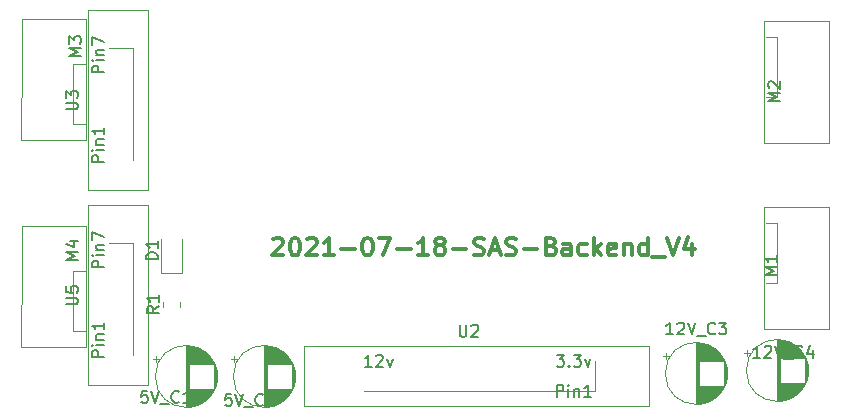
<source format=gbr>
%TF.GenerationSoftware,KiCad,Pcbnew,(5.1.10)-1*%
%TF.CreationDate,2021-07-18T21:09:21+08:00*%
%TF.ProjectId,2.5_SAS_Backend,322e355f-5341-4535-9f42-61636b656e64,rev?*%
%TF.SameCoordinates,Original*%
%TF.FileFunction,Legend,Top*%
%TF.FilePolarity,Positive*%
%FSLAX46Y46*%
G04 Gerber Fmt 4.6, Leading zero omitted, Abs format (unit mm)*
G04 Created by KiCad (PCBNEW (5.1.10)-1) date 2021-07-18 21:09:21*
%MOMM*%
%LPD*%
G01*
G04 APERTURE LIST*
%ADD10C,0.300000*%
%ADD11C,0.120000*%
%ADD12C,0.150000*%
G04 APERTURE END LIST*
D10*
X53298571Y-52661428D02*
X53370000Y-52590000D01*
X53512857Y-52518571D01*
X53870000Y-52518571D01*
X54012857Y-52590000D01*
X54084285Y-52661428D01*
X54155714Y-52804285D01*
X54155714Y-52947142D01*
X54084285Y-53161428D01*
X53227142Y-54018571D01*
X54155714Y-54018571D01*
X55084285Y-52518571D02*
X55227142Y-52518571D01*
X55370000Y-52590000D01*
X55441428Y-52661428D01*
X55512857Y-52804285D01*
X55584285Y-53090000D01*
X55584285Y-53447142D01*
X55512857Y-53732857D01*
X55441428Y-53875714D01*
X55370000Y-53947142D01*
X55227142Y-54018571D01*
X55084285Y-54018571D01*
X54941428Y-53947142D01*
X54870000Y-53875714D01*
X54798571Y-53732857D01*
X54727142Y-53447142D01*
X54727142Y-53090000D01*
X54798571Y-52804285D01*
X54870000Y-52661428D01*
X54941428Y-52590000D01*
X55084285Y-52518571D01*
X56155714Y-52661428D02*
X56227142Y-52590000D01*
X56370000Y-52518571D01*
X56727142Y-52518571D01*
X56870000Y-52590000D01*
X56941428Y-52661428D01*
X57012857Y-52804285D01*
X57012857Y-52947142D01*
X56941428Y-53161428D01*
X56084285Y-54018571D01*
X57012857Y-54018571D01*
X58441428Y-54018571D02*
X57584285Y-54018571D01*
X58012857Y-54018571D02*
X58012857Y-52518571D01*
X57870000Y-52732857D01*
X57727142Y-52875714D01*
X57584285Y-52947142D01*
X59084285Y-53447142D02*
X60227142Y-53447142D01*
X61227142Y-52518571D02*
X61370000Y-52518571D01*
X61512857Y-52590000D01*
X61584285Y-52661428D01*
X61655714Y-52804285D01*
X61727142Y-53090000D01*
X61727142Y-53447142D01*
X61655714Y-53732857D01*
X61584285Y-53875714D01*
X61512857Y-53947142D01*
X61370000Y-54018571D01*
X61227142Y-54018571D01*
X61084285Y-53947142D01*
X61012857Y-53875714D01*
X60941428Y-53732857D01*
X60870000Y-53447142D01*
X60870000Y-53090000D01*
X60941428Y-52804285D01*
X61012857Y-52661428D01*
X61084285Y-52590000D01*
X61227142Y-52518571D01*
X62227142Y-52518571D02*
X63227142Y-52518571D01*
X62584285Y-54018571D01*
X63798571Y-53447142D02*
X64941428Y-53447142D01*
X66441428Y-54018571D02*
X65584285Y-54018571D01*
X66012857Y-54018571D02*
X66012857Y-52518571D01*
X65870000Y-52732857D01*
X65727142Y-52875714D01*
X65584285Y-52947142D01*
X67298571Y-53161428D02*
X67155714Y-53090000D01*
X67084285Y-53018571D01*
X67012857Y-52875714D01*
X67012857Y-52804285D01*
X67084285Y-52661428D01*
X67155714Y-52590000D01*
X67298571Y-52518571D01*
X67584285Y-52518571D01*
X67727142Y-52590000D01*
X67798571Y-52661428D01*
X67870000Y-52804285D01*
X67870000Y-52875714D01*
X67798571Y-53018571D01*
X67727142Y-53090000D01*
X67584285Y-53161428D01*
X67298571Y-53161428D01*
X67155714Y-53232857D01*
X67084285Y-53304285D01*
X67012857Y-53447142D01*
X67012857Y-53732857D01*
X67084285Y-53875714D01*
X67155714Y-53947142D01*
X67298571Y-54018571D01*
X67584285Y-54018571D01*
X67727142Y-53947142D01*
X67798571Y-53875714D01*
X67870000Y-53732857D01*
X67870000Y-53447142D01*
X67798571Y-53304285D01*
X67727142Y-53232857D01*
X67584285Y-53161428D01*
X68512857Y-53447142D02*
X69655714Y-53447142D01*
X70298571Y-53947142D02*
X70512857Y-54018571D01*
X70870000Y-54018571D01*
X71012857Y-53947142D01*
X71084285Y-53875714D01*
X71155714Y-53732857D01*
X71155714Y-53590000D01*
X71084285Y-53447142D01*
X71012857Y-53375714D01*
X70870000Y-53304285D01*
X70584285Y-53232857D01*
X70441428Y-53161428D01*
X70370000Y-53090000D01*
X70298571Y-52947142D01*
X70298571Y-52804285D01*
X70370000Y-52661428D01*
X70441428Y-52590000D01*
X70584285Y-52518571D01*
X70941428Y-52518571D01*
X71155714Y-52590000D01*
X71727142Y-53590000D02*
X72441428Y-53590000D01*
X71584285Y-54018571D02*
X72084285Y-52518571D01*
X72584285Y-54018571D01*
X73012857Y-53947142D02*
X73227142Y-54018571D01*
X73584285Y-54018571D01*
X73727142Y-53947142D01*
X73798571Y-53875714D01*
X73870000Y-53732857D01*
X73870000Y-53590000D01*
X73798571Y-53447142D01*
X73727142Y-53375714D01*
X73584285Y-53304285D01*
X73298571Y-53232857D01*
X73155714Y-53161428D01*
X73084285Y-53090000D01*
X73012857Y-52947142D01*
X73012857Y-52804285D01*
X73084285Y-52661428D01*
X73155714Y-52590000D01*
X73298571Y-52518571D01*
X73655714Y-52518571D01*
X73870000Y-52590000D01*
X74512857Y-53447142D02*
X75655714Y-53447142D01*
X76870000Y-53232857D02*
X77084285Y-53304285D01*
X77155714Y-53375714D01*
X77227142Y-53518571D01*
X77227142Y-53732857D01*
X77155714Y-53875714D01*
X77084285Y-53947142D01*
X76941428Y-54018571D01*
X76370000Y-54018571D01*
X76370000Y-52518571D01*
X76870000Y-52518571D01*
X77012857Y-52590000D01*
X77084285Y-52661428D01*
X77155714Y-52804285D01*
X77155714Y-52947142D01*
X77084285Y-53090000D01*
X77012857Y-53161428D01*
X76870000Y-53232857D01*
X76370000Y-53232857D01*
X78512857Y-54018571D02*
X78512857Y-53232857D01*
X78441428Y-53090000D01*
X78298571Y-53018571D01*
X78012857Y-53018571D01*
X77870000Y-53090000D01*
X78512857Y-53947142D02*
X78370000Y-54018571D01*
X78012857Y-54018571D01*
X77870000Y-53947142D01*
X77798571Y-53804285D01*
X77798571Y-53661428D01*
X77870000Y-53518571D01*
X78012857Y-53447142D01*
X78370000Y-53447142D01*
X78512857Y-53375714D01*
X79870000Y-53947142D02*
X79727142Y-54018571D01*
X79441428Y-54018571D01*
X79298571Y-53947142D01*
X79227142Y-53875714D01*
X79155714Y-53732857D01*
X79155714Y-53304285D01*
X79227142Y-53161428D01*
X79298571Y-53090000D01*
X79441428Y-53018571D01*
X79727142Y-53018571D01*
X79870000Y-53090000D01*
X80512857Y-54018571D02*
X80512857Y-52518571D01*
X80655714Y-53447142D02*
X81084285Y-54018571D01*
X81084285Y-53018571D02*
X80512857Y-53590000D01*
X82298571Y-53947142D02*
X82155714Y-54018571D01*
X81870000Y-54018571D01*
X81727142Y-53947142D01*
X81655714Y-53804285D01*
X81655714Y-53232857D01*
X81727142Y-53090000D01*
X81870000Y-53018571D01*
X82155714Y-53018571D01*
X82298571Y-53090000D01*
X82370000Y-53232857D01*
X82370000Y-53375714D01*
X81655714Y-53518571D01*
X83012857Y-53018571D02*
X83012857Y-54018571D01*
X83012857Y-53161428D02*
X83084285Y-53090000D01*
X83227142Y-53018571D01*
X83441428Y-53018571D01*
X83584285Y-53090000D01*
X83655714Y-53232857D01*
X83655714Y-54018571D01*
X85012857Y-54018571D02*
X85012857Y-52518571D01*
X85012857Y-53947142D02*
X84870000Y-54018571D01*
X84584285Y-54018571D01*
X84441428Y-53947142D01*
X84370000Y-53875714D01*
X84298571Y-53732857D01*
X84298571Y-53304285D01*
X84370000Y-53161428D01*
X84441428Y-53090000D01*
X84584285Y-53018571D01*
X84870000Y-53018571D01*
X85012857Y-53090000D01*
X85370000Y-54161428D02*
X86512857Y-54161428D01*
X86655714Y-52518571D02*
X87155714Y-54018571D01*
X87655714Y-52518571D01*
X88798571Y-53018571D02*
X88798571Y-54018571D01*
X88441428Y-52447142D02*
X88084285Y-53518571D01*
X89012857Y-53518571D01*
D11*
%TO.C,U5*%
X42672000Y-49784000D02*
X37592000Y-49784000D01*
X37592000Y-49784000D02*
X37592000Y-65024000D01*
X37592000Y-65024000D02*
X42672000Y-65024000D01*
X42672000Y-65024000D02*
X42672000Y-49784000D01*
X41402000Y-52933600D02*
X41402000Y-61214000D01*
X41402000Y-61214000D02*
X41402000Y-62484000D01*
X41402000Y-52933600D02*
X39370000Y-52933600D01*
%TO.C,U3*%
X42672000Y-33274000D02*
X37592000Y-33274000D01*
X37592000Y-33274000D02*
X37592000Y-48514000D01*
X37592000Y-48514000D02*
X42672000Y-48514000D01*
X42672000Y-48514000D02*
X42672000Y-33274000D01*
X41402000Y-36423600D02*
X41402000Y-44704000D01*
X41402000Y-44704000D02*
X41402000Y-45974000D01*
X41402000Y-36423600D02*
X39370000Y-36423600D01*
%TO.C,U2*%
X80543400Y-65532000D02*
X60960000Y-65532000D01*
X80568800Y-62992000D02*
X80568800Y-65532000D01*
X55880000Y-66802000D02*
X85090000Y-66802000D01*
X55880000Y-61722000D02*
X55880000Y-66802000D01*
X85090000Y-61722000D02*
X55880000Y-61722000D01*
X85090000Y-66802000D02*
X85090000Y-61722000D01*
%TO.C,5V_C2*%
X55178000Y-64262000D02*
G75*
G03*
X55178000Y-64262000I-2620000J0D01*
G01*
X52558000Y-61682000D02*
X52558000Y-66842000D01*
X52598000Y-61682000D02*
X52598000Y-66842000D01*
X52638000Y-61683000D02*
X52638000Y-66841000D01*
X52678000Y-61684000D02*
X52678000Y-66840000D01*
X52718000Y-61686000D02*
X52718000Y-66838000D01*
X52758000Y-61689000D02*
X52758000Y-66835000D01*
X52798000Y-61693000D02*
X52798000Y-63222000D01*
X52798000Y-65302000D02*
X52798000Y-66831000D01*
X52838000Y-61697000D02*
X52838000Y-63222000D01*
X52838000Y-65302000D02*
X52838000Y-66827000D01*
X52878000Y-61701000D02*
X52878000Y-63222000D01*
X52878000Y-65302000D02*
X52878000Y-66823000D01*
X52918000Y-61706000D02*
X52918000Y-63222000D01*
X52918000Y-65302000D02*
X52918000Y-66818000D01*
X52958000Y-61712000D02*
X52958000Y-63222000D01*
X52958000Y-65302000D02*
X52958000Y-66812000D01*
X52998000Y-61719000D02*
X52998000Y-63222000D01*
X52998000Y-65302000D02*
X52998000Y-66805000D01*
X53038000Y-61726000D02*
X53038000Y-63222000D01*
X53038000Y-65302000D02*
X53038000Y-66798000D01*
X53078000Y-61734000D02*
X53078000Y-63222000D01*
X53078000Y-65302000D02*
X53078000Y-66790000D01*
X53118000Y-61742000D02*
X53118000Y-63222000D01*
X53118000Y-65302000D02*
X53118000Y-66782000D01*
X53158000Y-61751000D02*
X53158000Y-63222000D01*
X53158000Y-65302000D02*
X53158000Y-66773000D01*
X53198000Y-61761000D02*
X53198000Y-63222000D01*
X53198000Y-65302000D02*
X53198000Y-66763000D01*
X53238000Y-61771000D02*
X53238000Y-63222000D01*
X53238000Y-65302000D02*
X53238000Y-66753000D01*
X53279000Y-61782000D02*
X53279000Y-63222000D01*
X53279000Y-65302000D02*
X53279000Y-66742000D01*
X53319000Y-61794000D02*
X53319000Y-63222000D01*
X53319000Y-65302000D02*
X53319000Y-66730000D01*
X53359000Y-61807000D02*
X53359000Y-63222000D01*
X53359000Y-65302000D02*
X53359000Y-66717000D01*
X53399000Y-61820000D02*
X53399000Y-63222000D01*
X53399000Y-65302000D02*
X53399000Y-66704000D01*
X53439000Y-61834000D02*
X53439000Y-63222000D01*
X53439000Y-65302000D02*
X53439000Y-66690000D01*
X53479000Y-61848000D02*
X53479000Y-63222000D01*
X53479000Y-65302000D02*
X53479000Y-66676000D01*
X53519000Y-61864000D02*
X53519000Y-63222000D01*
X53519000Y-65302000D02*
X53519000Y-66660000D01*
X53559000Y-61880000D02*
X53559000Y-63222000D01*
X53559000Y-65302000D02*
X53559000Y-66644000D01*
X53599000Y-61897000D02*
X53599000Y-63222000D01*
X53599000Y-65302000D02*
X53599000Y-66627000D01*
X53639000Y-61914000D02*
X53639000Y-63222000D01*
X53639000Y-65302000D02*
X53639000Y-66610000D01*
X53679000Y-61933000D02*
X53679000Y-63222000D01*
X53679000Y-65302000D02*
X53679000Y-66591000D01*
X53719000Y-61952000D02*
X53719000Y-63222000D01*
X53719000Y-65302000D02*
X53719000Y-66572000D01*
X53759000Y-61972000D02*
X53759000Y-63222000D01*
X53759000Y-65302000D02*
X53759000Y-66552000D01*
X53799000Y-61994000D02*
X53799000Y-63222000D01*
X53799000Y-65302000D02*
X53799000Y-66530000D01*
X53839000Y-62015000D02*
X53839000Y-63222000D01*
X53839000Y-65302000D02*
X53839000Y-66509000D01*
X53879000Y-62038000D02*
X53879000Y-63222000D01*
X53879000Y-65302000D02*
X53879000Y-66486000D01*
X53919000Y-62062000D02*
X53919000Y-63222000D01*
X53919000Y-65302000D02*
X53919000Y-66462000D01*
X53959000Y-62087000D02*
X53959000Y-63222000D01*
X53959000Y-65302000D02*
X53959000Y-66437000D01*
X53999000Y-62113000D02*
X53999000Y-63222000D01*
X53999000Y-65302000D02*
X53999000Y-66411000D01*
X54039000Y-62140000D02*
X54039000Y-63222000D01*
X54039000Y-65302000D02*
X54039000Y-66384000D01*
X54079000Y-62167000D02*
X54079000Y-63222000D01*
X54079000Y-65302000D02*
X54079000Y-66357000D01*
X54119000Y-62197000D02*
X54119000Y-63222000D01*
X54119000Y-65302000D02*
X54119000Y-66327000D01*
X54159000Y-62227000D02*
X54159000Y-63222000D01*
X54159000Y-65302000D02*
X54159000Y-66297000D01*
X54199000Y-62258000D02*
X54199000Y-63222000D01*
X54199000Y-65302000D02*
X54199000Y-66266000D01*
X54239000Y-62291000D02*
X54239000Y-63222000D01*
X54239000Y-65302000D02*
X54239000Y-66233000D01*
X54279000Y-62325000D02*
X54279000Y-63222000D01*
X54279000Y-65302000D02*
X54279000Y-66199000D01*
X54319000Y-62361000D02*
X54319000Y-63222000D01*
X54319000Y-65302000D02*
X54319000Y-66163000D01*
X54359000Y-62398000D02*
X54359000Y-63222000D01*
X54359000Y-65302000D02*
X54359000Y-66126000D01*
X54399000Y-62436000D02*
X54399000Y-63222000D01*
X54399000Y-65302000D02*
X54399000Y-66088000D01*
X54439000Y-62477000D02*
X54439000Y-63222000D01*
X54439000Y-65302000D02*
X54439000Y-66047000D01*
X54479000Y-62519000D02*
X54479000Y-63222000D01*
X54479000Y-65302000D02*
X54479000Y-66005000D01*
X54519000Y-62563000D02*
X54519000Y-63222000D01*
X54519000Y-65302000D02*
X54519000Y-65961000D01*
X54559000Y-62609000D02*
X54559000Y-63222000D01*
X54559000Y-65302000D02*
X54559000Y-65915000D01*
X54599000Y-62657000D02*
X54599000Y-63222000D01*
X54599000Y-65302000D02*
X54599000Y-65867000D01*
X54639000Y-62708000D02*
X54639000Y-63222000D01*
X54639000Y-65302000D02*
X54639000Y-65816000D01*
X54679000Y-62762000D02*
X54679000Y-63222000D01*
X54679000Y-65302000D02*
X54679000Y-65762000D01*
X54719000Y-62819000D02*
X54719000Y-63222000D01*
X54719000Y-65302000D02*
X54719000Y-65705000D01*
X54759000Y-62879000D02*
X54759000Y-63222000D01*
X54759000Y-65302000D02*
X54759000Y-65645000D01*
X54799000Y-62943000D02*
X54799000Y-63222000D01*
X54799000Y-65302000D02*
X54799000Y-65581000D01*
X54839000Y-63011000D02*
X54839000Y-63222000D01*
X54839000Y-65302000D02*
X54839000Y-65513000D01*
X54879000Y-63084000D02*
X54879000Y-65440000D01*
X54919000Y-63164000D02*
X54919000Y-65360000D01*
X54959000Y-63251000D02*
X54959000Y-65273000D01*
X54999000Y-63347000D02*
X54999000Y-65177000D01*
X55039000Y-63457000D02*
X55039000Y-65067000D01*
X55079000Y-63585000D02*
X55079000Y-64939000D01*
X55119000Y-63744000D02*
X55119000Y-64780000D01*
X55159000Y-63978000D02*
X55159000Y-64546000D01*
X49753225Y-62787000D02*
X50253225Y-62787000D01*
X50003225Y-62537000D02*
X50003225Y-63037000D01*
%TO.C,12V_C3*%
X91754000Y-64008000D02*
G75*
G03*
X91754000Y-64008000I-2620000J0D01*
G01*
X89134000Y-61428000D02*
X89134000Y-66588000D01*
X89174000Y-61428000D02*
X89174000Y-66588000D01*
X89214000Y-61429000D02*
X89214000Y-66587000D01*
X89254000Y-61430000D02*
X89254000Y-66586000D01*
X89294000Y-61432000D02*
X89294000Y-66584000D01*
X89334000Y-61435000D02*
X89334000Y-66581000D01*
X89374000Y-61439000D02*
X89374000Y-62968000D01*
X89374000Y-65048000D02*
X89374000Y-66577000D01*
X89414000Y-61443000D02*
X89414000Y-62968000D01*
X89414000Y-65048000D02*
X89414000Y-66573000D01*
X89454000Y-61447000D02*
X89454000Y-62968000D01*
X89454000Y-65048000D02*
X89454000Y-66569000D01*
X89494000Y-61452000D02*
X89494000Y-62968000D01*
X89494000Y-65048000D02*
X89494000Y-66564000D01*
X89534000Y-61458000D02*
X89534000Y-62968000D01*
X89534000Y-65048000D02*
X89534000Y-66558000D01*
X89574000Y-61465000D02*
X89574000Y-62968000D01*
X89574000Y-65048000D02*
X89574000Y-66551000D01*
X89614000Y-61472000D02*
X89614000Y-62968000D01*
X89614000Y-65048000D02*
X89614000Y-66544000D01*
X89654000Y-61480000D02*
X89654000Y-62968000D01*
X89654000Y-65048000D02*
X89654000Y-66536000D01*
X89694000Y-61488000D02*
X89694000Y-62968000D01*
X89694000Y-65048000D02*
X89694000Y-66528000D01*
X89734000Y-61497000D02*
X89734000Y-62968000D01*
X89734000Y-65048000D02*
X89734000Y-66519000D01*
X89774000Y-61507000D02*
X89774000Y-62968000D01*
X89774000Y-65048000D02*
X89774000Y-66509000D01*
X89814000Y-61517000D02*
X89814000Y-62968000D01*
X89814000Y-65048000D02*
X89814000Y-66499000D01*
X89855000Y-61528000D02*
X89855000Y-62968000D01*
X89855000Y-65048000D02*
X89855000Y-66488000D01*
X89895000Y-61540000D02*
X89895000Y-62968000D01*
X89895000Y-65048000D02*
X89895000Y-66476000D01*
X89935000Y-61553000D02*
X89935000Y-62968000D01*
X89935000Y-65048000D02*
X89935000Y-66463000D01*
X89975000Y-61566000D02*
X89975000Y-62968000D01*
X89975000Y-65048000D02*
X89975000Y-66450000D01*
X90015000Y-61580000D02*
X90015000Y-62968000D01*
X90015000Y-65048000D02*
X90015000Y-66436000D01*
X90055000Y-61594000D02*
X90055000Y-62968000D01*
X90055000Y-65048000D02*
X90055000Y-66422000D01*
X90095000Y-61610000D02*
X90095000Y-62968000D01*
X90095000Y-65048000D02*
X90095000Y-66406000D01*
X90135000Y-61626000D02*
X90135000Y-62968000D01*
X90135000Y-65048000D02*
X90135000Y-66390000D01*
X90175000Y-61643000D02*
X90175000Y-62968000D01*
X90175000Y-65048000D02*
X90175000Y-66373000D01*
X90215000Y-61660000D02*
X90215000Y-62968000D01*
X90215000Y-65048000D02*
X90215000Y-66356000D01*
X90255000Y-61679000D02*
X90255000Y-62968000D01*
X90255000Y-65048000D02*
X90255000Y-66337000D01*
X90295000Y-61698000D02*
X90295000Y-62968000D01*
X90295000Y-65048000D02*
X90295000Y-66318000D01*
X90335000Y-61718000D02*
X90335000Y-62968000D01*
X90335000Y-65048000D02*
X90335000Y-66298000D01*
X90375000Y-61740000D02*
X90375000Y-62968000D01*
X90375000Y-65048000D02*
X90375000Y-66276000D01*
X90415000Y-61761000D02*
X90415000Y-62968000D01*
X90415000Y-65048000D02*
X90415000Y-66255000D01*
X90455000Y-61784000D02*
X90455000Y-62968000D01*
X90455000Y-65048000D02*
X90455000Y-66232000D01*
X90495000Y-61808000D02*
X90495000Y-62968000D01*
X90495000Y-65048000D02*
X90495000Y-66208000D01*
X90535000Y-61833000D02*
X90535000Y-62968000D01*
X90535000Y-65048000D02*
X90535000Y-66183000D01*
X90575000Y-61859000D02*
X90575000Y-62968000D01*
X90575000Y-65048000D02*
X90575000Y-66157000D01*
X90615000Y-61886000D02*
X90615000Y-62968000D01*
X90615000Y-65048000D02*
X90615000Y-66130000D01*
X90655000Y-61913000D02*
X90655000Y-62968000D01*
X90655000Y-65048000D02*
X90655000Y-66103000D01*
X90695000Y-61943000D02*
X90695000Y-62968000D01*
X90695000Y-65048000D02*
X90695000Y-66073000D01*
X90735000Y-61973000D02*
X90735000Y-62968000D01*
X90735000Y-65048000D02*
X90735000Y-66043000D01*
X90775000Y-62004000D02*
X90775000Y-62968000D01*
X90775000Y-65048000D02*
X90775000Y-66012000D01*
X90815000Y-62037000D02*
X90815000Y-62968000D01*
X90815000Y-65048000D02*
X90815000Y-65979000D01*
X90855000Y-62071000D02*
X90855000Y-62968000D01*
X90855000Y-65048000D02*
X90855000Y-65945000D01*
X90895000Y-62107000D02*
X90895000Y-62968000D01*
X90895000Y-65048000D02*
X90895000Y-65909000D01*
X90935000Y-62144000D02*
X90935000Y-62968000D01*
X90935000Y-65048000D02*
X90935000Y-65872000D01*
X90975000Y-62182000D02*
X90975000Y-62968000D01*
X90975000Y-65048000D02*
X90975000Y-65834000D01*
X91015000Y-62223000D02*
X91015000Y-62968000D01*
X91015000Y-65048000D02*
X91015000Y-65793000D01*
X91055000Y-62265000D02*
X91055000Y-62968000D01*
X91055000Y-65048000D02*
X91055000Y-65751000D01*
X91095000Y-62309000D02*
X91095000Y-62968000D01*
X91095000Y-65048000D02*
X91095000Y-65707000D01*
X91135000Y-62355000D02*
X91135000Y-62968000D01*
X91135000Y-65048000D02*
X91135000Y-65661000D01*
X91175000Y-62403000D02*
X91175000Y-62968000D01*
X91175000Y-65048000D02*
X91175000Y-65613000D01*
X91215000Y-62454000D02*
X91215000Y-62968000D01*
X91215000Y-65048000D02*
X91215000Y-65562000D01*
X91255000Y-62508000D02*
X91255000Y-62968000D01*
X91255000Y-65048000D02*
X91255000Y-65508000D01*
X91295000Y-62565000D02*
X91295000Y-62968000D01*
X91295000Y-65048000D02*
X91295000Y-65451000D01*
X91335000Y-62625000D02*
X91335000Y-62968000D01*
X91335000Y-65048000D02*
X91335000Y-65391000D01*
X91375000Y-62689000D02*
X91375000Y-62968000D01*
X91375000Y-65048000D02*
X91375000Y-65327000D01*
X91415000Y-62757000D02*
X91415000Y-62968000D01*
X91415000Y-65048000D02*
X91415000Y-65259000D01*
X91455000Y-62830000D02*
X91455000Y-65186000D01*
X91495000Y-62910000D02*
X91495000Y-65106000D01*
X91535000Y-62997000D02*
X91535000Y-65019000D01*
X91575000Y-63093000D02*
X91575000Y-64923000D01*
X91615000Y-63203000D02*
X91615000Y-64813000D01*
X91655000Y-63331000D02*
X91655000Y-64685000D01*
X91695000Y-63490000D02*
X91695000Y-64526000D01*
X91735000Y-63724000D02*
X91735000Y-64292000D01*
X86329225Y-62533000D02*
X86829225Y-62533000D01*
X86579225Y-62283000D02*
X86579225Y-62783000D01*
%TO.C,12V_C4*%
X98612000Y-63754000D02*
G75*
G03*
X98612000Y-63754000I-2620000J0D01*
G01*
X95992000Y-61174000D02*
X95992000Y-66334000D01*
X96032000Y-61174000D02*
X96032000Y-66334000D01*
X96072000Y-61175000D02*
X96072000Y-66333000D01*
X96112000Y-61176000D02*
X96112000Y-66332000D01*
X96152000Y-61178000D02*
X96152000Y-66330000D01*
X96192000Y-61181000D02*
X96192000Y-66327000D01*
X96232000Y-61185000D02*
X96232000Y-62714000D01*
X96232000Y-64794000D02*
X96232000Y-66323000D01*
X96272000Y-61189000D02*
X96272000Y-62714000D01*
X96272000Y-64794000D02*
X96272000Y-66319000D01*
X96312000Y-61193000D02*
X96312000Y-62714000D01*
X96312000Y-64794000D02*
X96312000Y-66315000D01*
X96352000Y-61198000D02*
X96352000Y-62714000D01*
X96352000Y-64794000D02*
X96352000Y-66310000D01*
X96392000Y-61204000D02*
X96392000Y-62714000D01*
X96392000Y-64794000D02*
X96392000Y-66304000D01*
X96432000Y-61211000D02*
X96432000Y-62714000D01*
X96432000Y-64794000D02*
X96432000Y-66297000D01*
X96472000Y-61218000D02*
X96472000Y-62714000D01*
X96472000Y-64794000D02*
X96472000Y-66290000D01*
X96512000Y-61226000D02*
X96512000Y-62714000D01*
X96512000Y-64794000D02*
X96512000Y-66282000D01*
X96552000Y-61234000D02*
X96552000Y-62714000D01*
X96552000Y-64794000D02*
X96552000Y-66274000D01*
X96592000Y-61243000D02*
X96592000Y-62714000D01*
X96592000Y-64794000D02*
X96592000Y-66265000D01*
X96632000Y-61253000D02*
X96632000Y-62714000D01*
X96632000Y-64794000D02*
X96632000Y-66255000D01*
X96672000Y-61263000D02*
X96672000Y-62714000D01*
X96672000Y-64794000D02*
X96672000Y-66245000D01*
X96713000Y-61274000D02*
X96713000Y-62714000D01*
X96713000Y-64794000D02*
X96713000Y-66234000D01*
X96753000Y-61286000D02*
X96753000Y-62714000D01*
X96753000Y-64794000D02*
X96753000Y-66222000D01*
X96793000Y-61299000D02*
X96793000Y-62714000D01*
X96793000Y-64794000D02*
X96793000Y-66209000D01*
X96833000Y-61312000D02*
X96833000Y-62714000D01*
X96833000Y-64794000D02*
X96833000Y-66196000D01*
X96873000Y-61326000D02*
X96873000Y-62714000D01*
X96873000Y-64794000D02*
X96873000Y-66182000D01*
X96913000Y-61340000D02*
X96913000Y-62714000D01*
X96913000Y-64794000D02*
X96913000Y-66168000D01*
X96953000Y-61356000D02*
X96953000Y-62714000D01*
X96953000Y-64794000D02*
X96953000Y-66152000D01*
X96993000Y-61372000D02*
X96993000Y-62714000D01*
X96993000Y-64794000D02*
X96993000Y-66136000D01*
X97033000Y-61389000D02*
X97033000Y-62714000D01*
X97033000Y-64794000D02*
X97033000Y-66119000D01*
X97073000Y-61406000D02*
X97073000Y-62714000D01*
X97073000Y-64794000D02*
X97073000Y-66102000D01*
X97113000Y-61425000D02*
X97113000Y-62714000D01*
X97113000Y-64794000D02*
X97113000Y-66083000D01*
X97153000Y-61444000D02*
X97153000Y-62714000D01*
X97153000Y-64794000D02*
X97153000Y-66064000D01*
X97193000Y-61464000D02*
X97193000Y-62714000D01*
X97193000Y-64794000D02*
X97193000Y-66044000D01*
X97233000Y-61486000D02*
X97233000Y-62714000D01*
X97233000Y-64794000D02*
X97233000Y-66022000D01*
X97273000Y-61507000D02*
X97273000Y-62714000D01*
X97273000Y-64794000D02*
X97273000Y-66001000D01*
X97313000Y-61530000D02*
X97313000Y-62714000D01*
X97313000Y-64794000D02*
X97313000Y-65978000D01*
X97353000Y-61554000D02*
X97353000Y-62714000D01*
X97353000Y-64794000D02*
X97353000Y-65954000D01*
X97393000Y-61579000D02*
X97393000Y-62714000D01*
X97393000Y-64794000D02*
X97393000Y-65929000D01*
X97433000Y-61605000D02*
X97433000Y-62714000D01*
X97433000Y-64794000D02*
X97433000Y-65903000D01*
X97473000Y-61632000D02*
X97473000Y-62714000D01*
X97473000Y-64794000D02*
X97473000Y-65876000D01*
X97513000Y-61659000D02*
X97513000Y-62714000D01*
X97513000Y-64794000D02*
X97513000Y-65849000D01*
X97553000Y-61689000D02*
X97553000Y-62714000D01*
X97553000Y-64794000D02*
X97553000Y-65819000D01*
X97593000Y-61719000D02*
X97593000Y-62714000D01*
X97593000Y-64794000D02*
X97593000Y-65789000D01*
X97633000Y-61750000D02*
X97633000Y-62714000D01*
X97633000Y-64794000D02*
X97633000Y-65758000D01*
X97673000Y-61783000D02*
X97673000Y-62714000D01*
X97673000Y-64794000D02*
X97673000Y-65725000D01*
X97713000Y-61817000D02*
X97713000Y-62714000D01*
X97713000Y-64794000D02*
X97713000Y-65691000D01*
X97753000Y-61853000D02*
X97753000Y-62714000D01*
X97753000Y-64794000D02*
X97753000Y-65655000D01*
X97793000Y-61890000D02*
X97793000Y-62714000D01*
X97793000Y-64794000D02*
X97793000Y-65618000D01*
X97833000Y-61928000D02*
X97833000Y-62714000D01*
X97833000Y-64794000D02*
X97833000Y-65580000D01*
X97873000Y-61969000D02*
X97873000Y-62714000D01*
X97873000Y-64794000D02*
X97873000Y-65539000D01*
X97913000Y-62011000D02*
X97913000Y-62714000D01*
X97913000Y-64794000D02*
X97913000Y-65497000D01*
X97953000Y-62055000D02*
X97953000Y-62714000D01*
X97953000Y-64794000D02*
X97953000Y-65453000D01*
X97993000Y-62101000D02*
X97993000Y-62714000D01*
X97993000Y-64794000D02*
X97993000Y-65407000D01*
X98033000Y-62149000D02*
X98033000Y-62714000D01*
X98033000Y-64794000D02*
X98033000Y-65359000D01*
X98073000Y-62200000D02*
X98073000Y-62714000D01*
X98073000Y-64794000D02*
X98073000Y-65308000D01*
X98113000Y-62254000D02*
X98113000Y-62714000D01*
X98113000Y-64794000D02*
X98113000Y-65254000D01*
X98153000Y-62311000D02*
X98153000Y-62714000D01*
X98153000Y-64794000D02*
X98153000Y-65197000D01*
X98193000Y-62371000D02*
X98193000Y-62714000D01*
X98193000Y-64794000D02*
X98193000Y-65137000D01*
X98233000Y-62435000D02*
X98233000Y-62714000D01*
X98233000Y-64794000D02*
X98233000Y-65073000D01*
X98273000Y-62503000D02*
X98273000Y-62714000D01*
X98273000Y-64794000D02*
X98273000Y-65005000D01*
X98313000Y-62576000D02*
X98313000Y-64932000D01*
X98353000Y-62656000D02*
X98353000Y-64852000D01*
X98393000Y-62743000D02*
X98393000Y-64765000D01*
X98433000Y-62839000D02*
X98433000Y-64669000D01*
X98473000Y-62949000D02*
X98473000Y-64559000D01*
X98513000Y-63077000D02*
X98513000Y-64431000D01*
X98553000Y-63236000D02*
X98553000Y-64272000D01*
X98593000Y-63470000D02*
X98593000Y-64038000D01*
X93187225Y-62279000D02*
X93687225Y-62279000D01*
X93437225Y-62029000D02*
X93437225Y-62529000D01*
%TO.C,D1*%
X43794000Y-52594000D02*
X43794000Y-55479000D01*
X43794000Y-55479000D02*
X45614000Y-55479000D01*
X45614000Y-55479000D02*
X45614000Y-52594000D01*
%TO.C,R1*%
X43969000Y-58393064D02*
X43969000Y-57938936D01*
X45439000Y-58393064D02*
X45439000Y-57938936D01*
%TO.C,M1*%
X100380000Y-49958000D02*
X100330000Y-57058000D01*
X100330000Y-57058000D02*
X100330000Y-60258000D01*
X100330000Y-60258000D02*
X94898000Y-60258000D01*
X94898000Y-60258000D02*
X94898000Y-49958000D01*
X94898000Y-49958000D02*
X100380000Y-49958000D01*
X94998000Y-51308000D02*
X96008000Y-51308000D01*
X96008000Y-51308000D02*
X96008000Y-56388000D01*
X96008000Y-56388000D02*
X94998000Y-56388000D01*
%TO.C,M2*%
X100380000Y-34210000D02*
X100330000Y-41310000D01*
X100330000Y-41310000D02*
X100330000Y-44510000D01*
X100330000Y-44510000D02*
X94898000Y-44510000D01*
X94898000Y-44510000D02*
X94898000Y-34210000D01*
X94898000Y-34210000D02*
X100380000Y-34210000D01*
X94998000Y-35560000D02*
X96008000Y-35560000D01*
X96008000Y-35560000D02*
X96008000Y-40640000D01*
X96008000Y-40640000D02*
X94998000Y-40640000D01*
%TO.C,M3*%
X31954000Y-44276000D02*
X32004000Y-37176000D01*
X32004000Y-37176000D02*
X32004000Y-33976000D01*
X32004000Y-33976000D02*
X37436000Y-33976000D01*
X37436000Y-33976000D02*
X37436000Y-44276000D01*
X37436000Y-44276000D02*
X31954000Y-44276000D01*
X37336000Y-42926000D02*
X36326000Y-42926000D01*
X36326000Y-42926000D02*
X36326000Y-37846000D01*
X36326000Y-37846000D02*
X37336000Y-37846000D01*
%TO.C,M4*%
X31954000Y-61802000D02*
X32004000Y-54702000D01*
X32004000Y-54702000D02*
X32004000Y-51502000D01*
X32004000Y-51502000D02*
X37436000Y-51502000D01*
X37436000Y-51502000D02*
X37436000Y-61802000D01*
X37436000Y-61802000D02*
X31954000Y-61802000D01*
X37336000Y-60452000D02*
X36326000Y-60452000D01*
X36326000Y-60452000D02*
X36326000Y-55372000D01*
X36326000Y-55372000D02*
X37336000Y-55372000D01*
%TO.C,5V_C1*%
X48574000Y-64262000D02*
G75*
G03*
X48574000Y-64262000I-2620000J0D01*
G01*
X45954000Y-61682000D02*
X45954000Y-66842000D01*
X45994000Y-61682000D02*
X45994000Y-66842000D01*
X46034000Y-61683000D02*
X46034000Y-66841000D01*
X46074000Y-61684000D02*
X46074000Y-66840000D01*
X46114000Y-61686000D02*
X46114000Y-66838000D01*
X46154000Y-61689000D02*
X46154000Y-66835000D01*
X46194000Y-61693000D02*
X46194000Y-63222000D01*
X46194000Y-65302000D02*
X46194000Y-66831000D01*
X46234000Y-61697000D02*
X46234000Y-63222000D01*
X46234000Y-65302000D02*
X46234000Y-66827000D01*
X46274000Y-61701000D02*
X46274000Y-63222000D01*
X46274000Y-65302000D02*
X46274000Y-66823000D01*
X46314000Y-61706000D02*
X46314000Y-63222000D01*
X46314000Y-65302000D02*
X46314000Y-66818000D01*
X46354000Y-61712000D02*
X46354000Y-63222000D01*
X46354000Y-65302000D02*
X46354000Y-66812000D01*
X46394000Y-61719000D02*
X46394000Y-63222000D01*
X46394000Y-65302000D02*
X46394000Y-66805000D01*
X46434000Y-61726000D02*
X46434000Y-63222000D01*
X46434000Y-65302000D02*
X46434000Y-66798000D01*
X46474000Y-61734000D02*
X46474000Y-63222000D01*
X46474000Y-65302000D02*
X46474000Y-66790000D01*
X46514000Y-61742000D02*
X46514000Y-63222000D01*
X46514000Y-65302000D02*
X46514000Y-66782000D01*
X46554000Y-61751000D02*
X46554000Y-63222000D01*
X46554000Y-65302000D02*
X46554000Y-66773000D01*
X46594000Y-61761000D02*
X46594000Y-63222000D01*
X46594000Y-65302000D02*
X46594000Y-66763000D01*
X46634000Y-61771000D02*
X46634000Y-63222000D01*
X46634000Y-65302000D02*
X46634000Y-66753000D01*
X46675000Y-61782000D02*
X46675000Y-63222000D01*
X46675000Y-65302000D02*
X46675000Y-66742000D01*
X46715000Y-61794000D02*
X46715000Y-63222000D01*
X46715000Y-65302000D02*
X46715000Y-66730000D01*
X46755000Y-61807000D02*
X46755000Y-63222000D01*
X46755000Y-65302000D02*
X46755000Y-66717000D01*
X46795000Y-61820000D02*
X46795000Y-63222000D01*
X46795000Y-65302000D02*
X46795000Y-66704000D01*
X46835000Y-61834000D02*
X46835000Y-63222000D01*
X46835000Y-65302000D02*
X46835000Y-66690000D01*
X46875000Y-61848000D02*
X46875000Y-63222000D01*
X46875000Y-65302000D02*
X46875000Y-66676000D01*
X46915000Y-61864000D02*
X46915000Y-63222000D01*
X46915000Y-65302000D02*
X46915000Y-66660000D01*
X46955000Y-61880000D02*
X46955000Y-63222000D01*
X46955000Y-65302000D02*
X46955000Y-66644000D01*
X46995000Y-61897000D02*
X46995000Y-63222000D01*
X46995000Y-65302000D02*
X46995000Y-66627000D01*
X47035000Y-61914000D02*
X47035000Y-63222000D01*
X47035000Y-65302000D02*
X47035000Y-66610000D01*
X47075000Y-61933000D02*
X47075000Y-63222000D01*
X47075000Y-65302000D02*
X47075000Y-66591000D01*
X47115000Y-61952000D02*
X47115000Y-63222000D01*
X47115000Y-65302000D02*
X47115000Y-66572000D01*
X47155000Y-61972000D02*
X47155000Y-63222000D01*
X47155000Y-65302000D02*
X47155000Y-66552000D01*
X47195000Y-61994000D02*
X47195000Y-63222000D01*
X47195000Y-65302000D02*
X47195000Y-66530000D01*
X47235000Y-62015000D02*
X47235000Y-63222000D01*
X47235000Y-65302000D02*
X47235000Y-66509000D01*
X47275000Y-62038000D02*
X47275000Y-63222000D01*
X47275000Y-65302000D02*
X47275000Y-66486000D01*
X47315000Y-62062000D02*
X47315000Y-63222000D01*
X47315000Y-65302000D02*
X47315000Y-66462000D01*
X47355000Y-62087000D02*
X47355000Y-63222000D01*
X47355000Y-65302000D02*
X47355000Y-66437000D01*
X47395000Y-62113000D02*
X47395000Y-63222000D01*
X47395000Y-65302000D02*
X47395000Y-66411000D01*
X47435000Y-62140000D02*
X47435000Y-63222000D01*
X47435000Y-65302000D02*
X47435000Y-66384000D01*
X47475000Y-62167000D02*
X47475000Y-63222000D01*
X47475000Y-65302000D02*
X47475000Y-66357000D01*
X47515000Y-62197000D02*
X47515000Y-63222000D01*
X47515000Y-65302000D02*
X47515000Y-66327000D01*
X47555000Y-62227000D02*
X47555000Y-63222000D01*
X47555000Y-65302000D02*
X47555000Y-66297000D01*
X47595000Y-62258000D02*
X47595000Y-63222000D01*
X47595000Y-65302000D02*
X47595000Y-66266000D01*
X47635000Y-62291000D02*
X47635000Y-63222000D01*
X47635000Y-65302000D02*
X47635000Y-66233000D01*
X47675000Y-62325000D02*
X47675000Y-63222000D01*
X47675000Y-65302000D02*
X47675000Y-66199000D01*
X47715000Y-62361000D02*
X47715000Y-63222000D01*
X47715000Y-65302000D02*
X47715000Y-66163000D01*
X47755000Y-62398000D02*
X47755000Y-63222000D01*
X47755000Y-65302000D02*
X47755000Y-66126000D01*
X47795000Y-62436000D02*
X47795000Y-63222000D01*
X47795000Y-65302000D02*
X47795000Y-66088000D01*
X47835000Y-62477000D02*
X47835000Y-63222000D01*
X47835000Y-65302000D02*
X47835000Y-66047000D01*
X47875000Y-62519000D02*
X47875000Y-63222000D01*
X47875000Y-65302000D02*
X47875000Y-66005000D01*
X47915000Y-62563000D02*
X47915000Y-63222000D01*
X47915000Y-65302000D02*
X47915000Y-65961000D01*
X47955000Y-62609000D02*
X47955000Y-63222000D01*
X47955000Y-65302000D02*
X47955000Y-65915000D01*
X47995000Y-62657000D02*
X47995000Y-63222000D01*
X47995000Y-65302000D02*
X47995000Y-65867000D01*
X48035000Y-62708000D02*
X48035000Y-63222000D01*
X48035000Y-65302000D02*
X48035000Y-65816000D01*
X48075000Y-62762000D02*
X48075000Y-63222000D01*
X48075000Y-65302000D02*
X48075000Y-65762000D01*
X48115000Y-62819000D02*
X48115000Y-63222000D01*
X48115000Y-65302000D02*
X48115000Y-65705000D01*
X48155000Y-62879000D02*
X48155000Y-63222000D01*
X48155000Y-65302000D02*
X48155000Y-65645000D01*
X48195000Y-62943000D02*
X48195000Y-63222000D01*
X48195000Y-65302000D02*
X48195000Y-65581000D01*
X48235000Y-63011000D02*
X48235000Y-63222000D01*
X48235000Y-65302000D02*
X48235000Y-65513000D01*
X48275000Y-63084000D02*
X48275000Y-65440000D01*
X48315000Y-63164000D02*
X48315000Y-65360000D01*
X48355000Y-63251000D02*
X48355000Y-65273000D01*
X48395000Y-63347000D02*
X48395000Y-65177000D01*
X48435000Y-63457000D02*
X48435000Y-65067000D01*
X48475000Y-63585000D02*
X48475000Y-64939000D01*
X48515000Y-63744000D02*
X48515000Y-64780000D01*
X48555000Y-63978000D02*
X48555000Y-64546000D01*
X43149225Y-62787000D02*
X43649225Y-62787000D01*
X43399225Y-62537000D02*
X43399225Y-63037000D01*
%TO.C,U5*%
D12*
X35774380Y-58165904D02*
X36583904Y-58165904D01*
X36679142Y-58118285D01*
X36726761Y-58070666D01*
X36774380Y-57975428D01*
X36774380Y-57784952D01*
X36726761Y-57689714D01*
X36679142Y-57642095D01*
X36583904Y-57594476D01*
X35774380Y-57594476D01*
X35774380Y-56642095D02*
X35774380Y-57118285D01*
X36250571Y-57165904D01*
X36202952Y-57118285D01*
X36155333Y-57023047D01*
X36155333Y-56784952D01*
X36202952Y-56689714D01*
X36250571Y-56642095D01*
X36345809Y-56594476D01*
X36583904Y-56594476D01*
X36679142Y-56642095D01*
X36726761Y-56689714D01*
X36774380Y-56784952D01*
X36774380Y-57023047D01*
X36726761Y-57118285D01*
X36679142Y-57165904D01*
X38958780Y-62617171D02*
X37958780Y-62617171D01*
X37958780Y-62236219D01*
X38006400Y-62140980D01*
X38054019Y-62093361D01*
X38149257Y-62045742D01*
X38292114Y-62045742D01*
X38387352Y-62093361D01*
X38434971Y-62140980D01*
X38482590Y-62236219D01*
X38482590Y-62617171D01*
X38958780Y-61617171D02*
X38292114Y-61617171D01*
X37958780Y-61617171D02*
X38006400Y-61664790D01*
X38054019Y-61617171D01*
X38006400Y-61569552D01*
X37958780Y-61617171D01*
X38054019Y-61617171D01*
X38292114Y-61140980D02*
X38958780Y-61140980D01*
X38387352Y-61140980D02*
X38339733Y-61093361D01*
X38292114Y-60998123D01*
X38292114Y-60855266D01*
X38339733Y-60760028D01*
X38434971Y-60712409D01*
X38958780Y-60712409D01*
X38958780Y-59712409D02*
X38958780Y-60283838D01*
X38958780Y-59998123D02*
X37958780Y-59998123D01*
X38101638Y-60093361D01*
X38196876Y-60188600D01*
X38244495Y-60283838D01*
X38984180Y-55022571D02*
X37984180Y-55022571D01*
X37984180Y-54641619D01*
X38031800Y-54546380D01*
X38079419Y-54498761D01*
X38174657Y-54451142D01*
X38317514Y-54451142D01*
X38412752Y-54498761D01*
X38460371Y-54546380D01*
X38507990Y-54641619D01*
X38507990Y-55022571D01*
X38984180Y-54022571D02*
X38317514Y-54022571D01*
X37984180Y-54022571D02*
X38031800Y-54070190D01*
X38079419Y-54022571D01*
X38031800Y-53974952D01*
X37984180Y-54022571D01*
X38079419Y-54022571D01*
X38317514Y-53546380D02*
X38984180Y-53546380D01*
X38412752Y-53546380D02*
X38365133Y-53498761D01*
X38317514Y-53403523D01*
X38317514Y-53260666D01*
X38365133Y-53165428D01*
X38460371Y-53117809D01*
X38984180Y-53117809D01*
X37984180Y-52736857D02*
X37984180Y-52070190D01*
X38984180Y-52498761D01*
%TO.C,U3*%
X35774380Y-41655904D02*
X36583904Y-41655904D01*
X36679142Y-41608285D01*
X36726761Y-41560666D01*
X36774380Y-41465428D01*
X36774380Y-41274952D01*
X36726761Y-41179714D01*
X36679142Y-41132095D01*
X36583904Y-41084476D01*
X35774380Y-41084476D01*
X35774380Y-40703523D02*
X35774380Y-40084476D01*
X36155333Y-40417809D01*
X36155333Y-40274952D01*
X36202952Y-40179714D01*
X36250571Y-40132095D01*
X36345809Y-40084476D01*
X36583904Y-40084476D01*
X36679142Y-40132095D01*
X36726761Y-40179714D01*
X36774380Y-40274952D01*
X36774380Y-40560666D01*
X36726761Y-40655904D01*
X36679142Y-40703523D01*
X38958780Y-46107171D02*
X37958780Y-46107171D01*
X37958780Y-45726219D01*
X38006400Y-45630980D01*
X38054019Y-45583361D01*
X38149257Y-45535742D01*
X38292114Y-45535742D01*
X38387352Y-45583361D01*
X38434971Y-45630980D01*
X38482590Y-45726219D01*
X38482590Y-46107171D01*
X38958780Y-45107171D02*
X38292114Y-45107171D01*
X37958780Y-45107171D02*
X38006400Y-45154790D01*
X38054019Y-45107171D01*
X38006400Y-45059552D01*
X37958780Y-45107171D01*
X38054019Y-45107171D01*
X38292114Y-44630980D02*
X38958780Y-44630980D01*
X38387352Y-44630980D02*
X38339733Y-44583361D01*
X38292114Y-44488123D01*
X38292114Y-44345266D01*
X38339733Y-44250028D01*
X38434971Y-44202409D01*
X38958780Y-44202409D01*
X38958780Y-43202409D02*
X38958780Y-43773838D01*
X38958780Y-43488123D02*
X37958780Y-43488123D01*
X38101638Y-43583361D01*
X38196876Y-43678600D01*
X38244495Y-43773838D01*
X38984180Y-38512571D02*
X37984180Y-38512571D01*
X37984180Y-38131619D01*
X38031800Y-38036380D01*
X38079419Y-37988761D01*
X38174657Y-37941142D01*
X38317514Y-37941142D01*
X38412752Y-37988761D01*
X38460371Y-38036380D01*
X38507990Y-38131619D01*
X38507990Y-38512571D01*
X38984180Y-37512571D02*
X38317514Y-37512571D01*
X37984180Y-37512571D02*
X38031800Y-37560190D01*
X38079419Y-37512571D01*
X38031800Y-37464952D01*
X37984180Y-37512571D01*
X38079419Y-37512571D01*
X38317514Y-37036380D02*
X38984180Y-37036380D01*
X38412752Y-37036380D02*
X38365133Y-36988761D01*
X38317514Y-36893523D01*
X38317514Y-36750666D01*
X38365133Y-36655428D01*
X38460371Y-36607809D01*
X38984180Y-36607809D01*
X37984180Y-36226857D02*
X37984180Y-35560190D01*
X38984180Y-35988761D01*
%TO.C,U2*%
X69088095Y-59904380D02*
X69088095Y-60713904D01*
X69135714Y-60809142D01*
X69183333Y-60856761D01*
X69278571Y-60904380D01*
X69469047Y-60904380D01*
X69564285Y-60856761D01*
X69611904Y-60809142D01*
X69659523Y-60713904D01*
X69659523Y-59904380D01*
X70088095Y-59999619D02*
X70135714Y-59952000D01*
X70230952Y-59904380D01*
X70469047Y-59904380D01*
X70564285Y-59952000D01*
X70611904Y-59999619D01*
X70659523Y-60094857D01*
X70659523Y-60190095D01*
X70611904Y-60332952D01*
X70040476Y-60904380D01*
X70659523Y-60904380D01*
X77311428Y-65984380D02*
X77311428Y-64984380D01*
X77692380Y-64984380D01*
X77787619Y-65032000D01*
X77835238Y-65079619D01*
X77882857Y-65174857D01*
X77882857Y-65317714D01*
X77835238Y-65412952D01*
X77787619Y-65460571D01*
X77692380Y-65508190D01*
X77311428Y-65508190D01*
X78311428Y-65984380D02*
X78311428Y-65317714D01*
X78311428Y-64984380D02*
X78263809Y-65032000D01*
X78311428Y-65079619D01*
X78359047Y-65032000D01*
X78311428Y-64984380D01*
X78311428Y-65079619D01*
X78787619Y-65317714D02*
X78787619Y-65984380D01*
X78787619Y-65412952D02*
X78835238Y-65365333D01*
X78930476Y-65317714D01*
X79073333Y-65317714D01*
X79168571Y-65365333D01*
X79216190Y-65460571D01*
X79216190Y-65984380D01*
X80216190Y-65984380D02*
X79644761Y-65984380D01*
X79930476Y-65984380D02*
X79930476Y-64984380D01*
X79835238Y-65127238D01*
X79740000Y-65222476D01*
X79644761Y-65270095D01*
X61658571Y-63444380D02*
X61087142Y-63444380D01*
X61372857Y-63444380D02*
X61372857Y-62444380D01*
X61277619Y-62587238D01*
X61182380Y-62682476D01*
X61087142Y-62730095D01*
X62039523Y-62539619D02*
X62087142Y-62492000D01*
X62182380Y-62444380D01*
X62420476Y-62444380D01*
X62515714Y-62492000D01*
X62563333Y-62539619D01*
X62610952Y-62634857D01*
X62610952Y-62730095D01*
X62563333Y-62872952D01*
X61991904Y-63444380D01*
X62610952Y-63444380D01*
X62944285Y-62777714D02*
X63182380Y-63444380D01*
X63420476Y-62777714D01*
X77311428Y-62444380D02*
X77930476Y-62444380D01*
X77597142Y-62825333D01*
X77740000Y-62825333D01*
X77835238Y-62872952D01*
X77882857Y-62920571D01*
X77930476Y-63015809D01*
X77930476Y-63253904D01*
X77882857Y-63349142D01*
X77835238Y-63396761D01*
X77740000Y-63444380D01*
X77454285Y-63444380D01*
X77359047Y-63396761D01*
X77311428Y-63349142D01*
X78359047Y-63349142D02*
X78406666Y-63396761D01*
X78359047Y-63444380D01*
X78311428Y-63396761D01*
X78359047Y-63349142D01*
X78359047Y-63444380D01*
X78740000Y-62444380D02*
X79359047Y-62444380D01*
X79025714Y-62825333D01*
X79168571Y-62825333D01*
X79263809Y-62872952D01*
X79311428Y-62920571D01*
X79359047Y-63015809D01*
X79359047Y-63253904D01*
X79311428Y-63349142D01*
X79263809Y-63396761D01*
X79168571Y-63444380D01*
X78882857Y-63444380D01*
X78787619Y-63396761D01*
X78740000Y-63349142D01*
X79692380Y-62777714D02*
X79930476Y-63444380D01*
X80168571Y-62777714D01*
%TO.C,5V_C2*%
X49760380Y-65746380D02*
X49284190Y-65746380D01*
X49236571Y-66222571D01*
X49284190Y-66174952D01*
X49379428Y-66127333D01*
X49617523Y-66127333D01*
X49712761Y-66174952D01*
X49760380Y-66222571D01*
X49808000Y-66317809D01*
X49808000Y-66555904D01*
X49760380Y-66651142D01*
X49712761Y-66698761D01*
X49617523Y-66746380D01*
X49379428Y-66746380D01*
X49284190Y-66698761D01*
X49236571Y-66651142D01*
X50093714Y-65746380D02*
X50427047Y-66746380D01*
X50760380Y-65746380D01*
X50855619Y-66841619D02*
X51617523Y-66841619D01*
X52427047Y-66651142D02*
X52379428Y-66698761D01*
X52236571Y-66746380D01*
X52141333Y-66746380D01*
X51998476Y-66698761D01*
X51903238Y-66603523D01*
X51855619Y-66508285D01*
X51808000Y-66317809D01*
X51808000Y-66174952D01*
X51855619Y-65984476D01*
X51903238Y-65889238D01*
X51998476Y-65794000D01*
X52141333Y-65746380D01*
X52236571Y-65746380D01*
X52379428Y-65794000D01*
X52427047Y-65841619D01*
X52808000Y-65841619D02*
X52855619Y-65794000D01*
X52950857Y-65746380D01*
X53188952Y-65746380D01*
X53284190Y-65794000D01*
X53331809Y-65841619D01*
X53379428Y-65936857D01*
X53379428Y-66032095D01*
X53331809Y-66174952D01*
X52760380Y-66746380D01*
X53379428Y-66746380D01*
%TO.C,12V_C3*%
X87157809Y-60710380D02*
X86586380Y-60710380D01*
X86872095Y-60710380D02*
X86872095Y-59710380D01*
X86776857Y-59853238D01*
X86681619Y-59948476D01*
X86586380Y-59996095D01*
X87538761Y-59805619D02*
X87586380Y-59758000D01*
X87681619Y-59710380D01*
X87919714Y-59710380D01*
X88014952Y-59758000D01*
X88062571Y-59805619D01*
X88110190Y-59900857D01*
X88110190Y-59996095D01*
X88062571Y-60138952D01*
X87491142Y-60710380D01*
X88110190Y-60710380D01*
X88395904Y-59710380D02*
X88729238Y-60710380D01*
X89062571Y-59710380D01*
X89157809Y-60805619D02*
X89919714Y-60805619D01*
X90729238Y-60615142D02*
X90681619Y-60662761D01*
X90538761Y-60710380D01*
X90443523Y-60710380D01*
X90300666Y-60662761D01*
X90205428Y-60567523D01*
X90157809Y-60472285D01*
X90110190Y-60281809D01*
X90110190Y-60138952D01*
X90157809Y-59948476D01*
X90205428Y-59853238D01*
X90300666Y-59758000D01*
X90443523Y-59710380D01*
X90538761Y-59710380D01*
X90681619Y-59758000D01*
X90729238Y-59805619D01*
X91062571Y-59710380D02*
X91681619Y-59710380D01*
X91348285Y-60091333D01*
X91491142Y-60091333D01*
X91586380Y-60138952D01*
X91634000Y-60186571D01*
X91681619Y-60281809D01*
X91681619Y-60519904D01*
X91634000Y-60615142D01*
X91586380Y-60662761D01*
X91491142Y-60710380D01*
X91205428Y-60710380D01*
X91110190Y-60662761D01*
X91062571Y-60615142D01*
%TO.C,12V_C4*%
X94543809Y-62682380D02*
X93972380Y-62682380D01*
X94258095Y-62682380D02*
X94258095Y-61682380D01*
X94162857Y-61825238D01*
X94067619Y-61920476D01*
X93972380Y-61968095D01*
X94924761Y-61777619D02*
X94972380Y-61730000D01*
X95067619Y-61682380D01*
X95305714Y-61682380D01*
X95400952Y-61730000D01*
X95448571Y-61777619D01*
X95496190Y-61872857D01*
X95496190Y-61968095D01*
X95448571Y-62110952D01*
X94877142Y-62682380D01*
X95496190Y-62682380D01*
X95781904Y-61682380D02*
X96115238Y-62682380D01*
X96448571Y-61682380D01*
X96543809Y-62777619D02*
X97305714Y-62777619D01*
X98115238Y-62587142D02*
X98067619Y-62634761D01*
X97924761Y-62682380D01*
X97829523Y-62682380D01*
X97686666Y-62634761D01*
X97591428Y-62539523D01*
X97543809Y-62444285D01*
X97496190Y-62253809D01*
X97496190Y-62110952D01*
X97543809Y-61920476D01*
X97591428Y-61825238D01*
X97686666Y-61730000D01*
X97829523Y-61682380D01*
X97924761Y-61682380D01*
X98067619Y-61730000D01*
X98115238Y-61777619D01*
X98972380Y-62015714D02*
X98972380Y-62682380D01*
X98734285Y-61634761D02*
X98496190Y-62349047D01*
X99115238Y-62349047D01*
%TO.C,D1*%
X43556380Y-54332095D02*
X42556380Y-54332095D01*
X42556380Y-54094000D01*
X42604000Y-53951142D01*
X42699238Y-53855904D01*
X42794476Y-53808285D01*
X42984952Y-53760666D01*
X43127809Y-53760666D01*
X43318285Y-53808285D01*
X43413523Y-53855904D01*
X43508761Y-53951142D01*
X43556380Y-54094000D01*
X43556380Y-54332095D01*
X43556380Y-52808285D02*
X43556380Y-53379714D01*
X43556380Y-53094000D02*
X42556380Y-53094000D01*
X42699238Y-53189238D01*
X42794476Y-53284476D01*
X42842095Y-53379714D01*
%TO.C,R1*%
X43632380Y-58332666D02*
X43156190Y-58666000D01*
X43632380Y-58904095D02*
X42632380Y-58904095D01*
X42632380Y-58523142D01*
X42680000Y-58427904D01*
X42727619Y-58380285D01*
X42822857Y-58332666D01*
X42965714Y-58332666D01*
X43060952Y-58380285D01*
X43108571Y-58427904D01*
X43156190Y-58523142D01*
X43156190Y-58904095D01*
X43632380Y-57380285D02*
X43632380Y-57951714D01*
X43632380Y-57666000D02*
X42632380Y-57666000D01*
X42775238Y-57761238D01*
X42870476Y-57856476D01*
X42918095Y-57951714D01*
%TO.C,M1*%
X95956380Y-55673523D02*
X94956380Y-55673523D01*
X95670666Y-55340190D01*
X94956380Y-55006857D01*
X95956380Y-55006857D01*
X95956380Y-54006857D02*
X95956380Y-54578285D01*
X95956380Y-54292571D02*
X94956380Y-54292571D01*
X95099238Y-54387809D01*
X95194476Y-54483047D01*
X95242095Y-54578285D01*
%TO.C,M2*%
X96210380Y-40941523D02*
X95210380Y-40941523D01*
X95924666Y-40608190D01*
X95210380Y-40274857D01*
X96210380Y-40274857D01*
X95305619Y-39846285D02*
X95258000Y-39798666D01*
X95210380Y-39703428D01*
X95210380Y-39465333D01*
X95258000Y-39370095D01*
X95305619Y-39322476D01*
X95400857Y-39274857D01*
X95496095Y-39274857D01*
X95638952Y-39322476D01*
X96210380Y-39893904D01*
X96210380Y-39274857D01*
%TO.C,M3*%
X37028380Y-37131523D02*
X36028380Y-37131523D01*
X36742666Y-36798190D01*
X36028380Y-36464857D01*
X37028380Y-36464857D01*
X36028380Y-36083904D02*
X36028380Y-35464857D01*
X36409333Y-35798190D01*
X36409333Y-35655333D01*
X36456952Y-35560095D01*
X36504571Y-35512476D01*
X36599809Y-35464857D01*
X36837904Y-35464857D01*
X36933142Y-35512476D01*
X36980761Y-35560095D01*
X37028380Y-35655333D01*
X37028380Y-35941047D01*
X36980761Y-36036285D01*
X36933142Y-36083904D01*
%TO.C,M4*%
X36774380Y-54403523D02*
X35774380Y-54403523D01*
X36488666Y-54070190D01*
X35774380Y-53736857D01*
X36774380Y-53736857D01*
X36107714Y-52832095D02*
X36774380Y-52832095D01*
X35726761Y-53070190D02*
X36441047Y-53308285D01*
X36441047Y-52689238D01*
%TO.C,5V_C1*%
X42648380Y-65492380D02*
X42172190Y-65492380D01*
X42124571Y-65968571D01*
X42172190Y-65920952D01*
X42267428Y-65873333D01*
X42505523Y-65873333D01*
X42600761Y-65920952D01*
X42648380Y-65968571D01*
X42696000Y-66063809D01*
X42696000Y-66301904D01*
X42648380Y-66397142D01*
X42600761Y-66444761D01*
X42505523Y-66492380D01*
X42267428Y-66492380D01*
X42172190Y-66444761D01*
X42124571Y-66397142D01*
X42981714Y-65492380D02*
X43315047Y-66492380D01*
X43648380Y-65492380D01*
X43743619Y-66587619D02*
X44505523Y-66587619D01*
X45315047Y-66397142D02*
X45267428Y-66444761D01*
X45124571Y-66492380D01*
X45029333Y-66492380D01*
X44886476Y-66444761D01*
X44791238Y-66349523D01*
X44743619Y-66254285D01*
X44696000Y-66063809D01*
X44696000Y-65920952D01*
X44743619Y-65730476D01*
X44791238Y-65635238D01*
X44886476Y-65540000D01*
X45029333Y-65492380D01*
X45124571Y-65492380D01*
X45267428Y-65540000D01*
X45315047Y-65587619D01*
X46267428Y-66492380D02*
X45696000Y-66492380D01*
X45981714Y-66492380D02*
X45981714Y-65492380D01*
X45886476Y-65635238D01*
X45791238Y-65730476D01*
X45696000Y-65778095D01*
%TD*%
M02*

</source>
